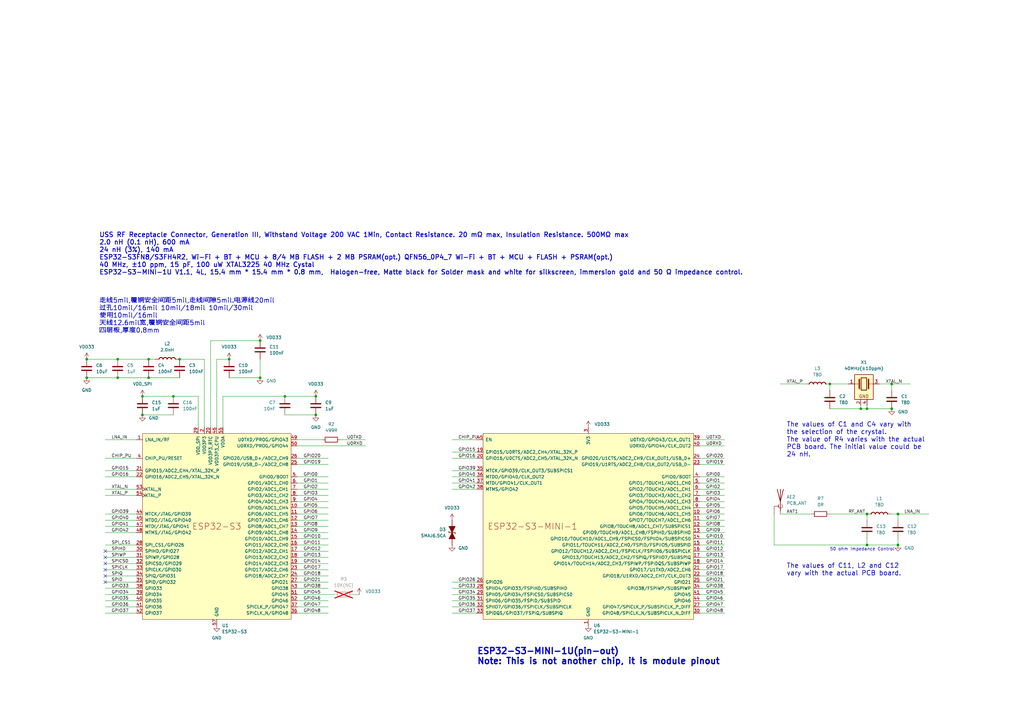
<source format=kicad_sch>
(kicad_sch (version 20250114) (generator "eeschema") (generator_version "9.0")
  (paper "A3")
  (lib_symbols
    (symbol "Device:Antenna_Shield" (pin_numbers (hide yes)) (pin_names (offset 1.016) (hide yes))
      (property "Reference" "AE" (at -1.905 4.445 0))
      (property "Value" "Antenna_Shield" (at -1.905 2.54 0))
      (symbol "Antenna_Shield_0_1"
        (arc (start 0 -2.667) (mid -0.8485 -2.1032) (end -0.508 -1.143))
        (polyline (pts (xy 0 5.08) (xy 0 -3.81)) (stroke (width 0.254)))
        (polyline (pts (xy 0 -2.54) (xy 0 0)))
        (arc (start 0.508 -1.143) (mid 0.8046 -2.0885) (end 0 -2.667))
        (polyline (pts (xy 0.762 -1.905) (xy 2.54 -1.905)))
        (circle (center 0.762 -1.905) (radius 0.1778) (fill (type outline)))
        (polyline (pts (xy 1.27 5.08) (xy 0 0) (xy -1.27 5.08)) (stroke (width 0.254)))
        (polyline (pts (xy 2.54 -2.54) (xy 2.54 -1.905)))
      )
      (symbol "Antenna_Shield_1_1"
        (pin input line (at 0 -5.08 90) (length 2.54) (name "A") (number "1"))
        (pin input line (at 2.54 -5.08 90) (length 2.54) (name "Shield") (number "2"))
      )
    )
    (symbol "PCM_Capacitor_AKL:C_1206" (pin_numbers (hide yes)) (pin_names (offset 0.254))
      (property "Reference" "C" (at 0.635 2.54 0))
      (property "Value" "C_1206" (at 0.635 -2.54 0))
      (symbol "C_1206_0_1"
        (polyline (pts (xy -2.032 0.762) (xy 2.032 0.762)) (stroke (width 0.508)))
        (polyline (pts (xy -2.032 -0.762) (xy 2.032 -0.762)) (stroke (width 0.508)))
      )
      (symbol "C_1206_0_2"
        (polyline (pts (xy -2.54 -2.54) (xy -0.381 -0.381)))
        (polyline (pts (xy -0.508 -0.508) (xy -1.651 0.635)) (stroke (width 0.508)))
        (polyline (pts (xy -0.508 -0.508) (xy 0.635 -1.651)) (stroke (width 0.508)))
        (polyline (pts (xy 0.381 0.381) (xy 2.54 2.54)))
        (polyline (pts (xy 0.508 0.508) (xy -0.635 1.651)) (stroke (width 0.508)))
        (polyline (pts (xy 0.508 0.508) (xy 1.651 -0.635)) (stroke (width 0.508)))
      )
      (symbol "C_1206_1_1"
        (pin passive line (at 0 3.81 270) (length 2.794) (name "~") (number "1"))
        (pin passive line (at 0 -3.81 90) (length 2.794) (name "~") (number "2"))
      )
      (symbol "C_1206_1_2"
        (pin passive line (at -2.54 -2.54 90) (length 0) (name "~") (number "2"))
        (pin passive line (at 2.54 2.54 270) (length 0) (name "~") (number "1"))
      )
    )
    (symbol "PCM_Crystal_AKL:SMD3225-4" (pin_names (offset 1.016) (hide yes))
      (property "Reference" "X" (at 0 8.89 0))
      (property "Value" "SMD3225-4" (at 0 6.35 0))
      (symbol "SMD3225-4_0_1"
        (rectangle (start -3.81 3.81) (end 3.81 -6.35) (stroke (width 0.254)) (fill (type background)))
        (polyline (pts (xy -3.81 0) (xy -1.905 0)))
        (polyline (pts (xy -1.905 -1.905) (xy -1.905 1.905)) (stroke (width 0.508)))
        (rectangle (start -1.143 2.54) (end 1.143 -2.54) (stroke (width 0.3048)))
        (polyline (pts (xy 1.905 -1.905) (xy 1.905 1.905)) (stroke (width 0.508)))
        (polyline (pts (xy 3.81 0) (xy 1.905 0)))
        (text "GND" (at 0 -5.08 0) (effects (font (size 1.27 1.27))))
      )
      (symbol "SMD3225-4_1_1"
        (pin passive line (at -6.35 0 0) (length 2.54) (name "1") (number "1"))
        (pin passive line (at -1.27 -8.89 90) (length 2.54) (name "2") (number "2"))
        (pin passive line (at 1.27 -8.89 90) (length 2.54) (name "4") (number "4"))
        (pin passive line (at 6.35 0 180) (length 2.54) (name "3") (number "3"))
      )
    )
    (symbol "PCM_Diode_TVS_AKL:SMAJ6.5CA" (pin_numbers (hide yes)) (pin_names (offset 1.016) (hide yes))
      (property "Reference" "D" (at 0 5.08 0))
      (property "Value" "SMAJ6.5CA" (at 0 2.54 0))
      (symbol "SMAJ6.5CA_0_1"
        (polyline (pts (xy 0 1.27) (xy 0 -1.27)) (stroke (width 0.254)))
        (polyline (pts (xy 0 1.27) (xy 0.508 1.27)) (stroke (width 0.254)))
        (polyline (pts (xy 0 0) (xy -2.54 1.27) (xy -2.54 -1.27) (xy 0 0)) (stroke (width 0.254)) (fill (type outline)))
        (polyline (pts (xy 0 -1.27) (xy -0.508 -1.27)) (stroke (width 0.254)))
        (polyline (pts (xy 1.27 0) (xy -1.27 0)))
        (polyline (pts (xy 2.54 1.27) (xy 2.54 -1.27) (xy 0 0) (xy 2.54 1.27)) (stroke (width 0.254)) (fill (type outline)))
      )
      (symbol "SMAJ6.5CA_0_2"
        (polyline (pts (xy -3.81 -3.81) (xy 3.81 3.81)))
        (polyline (pts (xy -1.778 -1.778) (xy -2.667 -0.889) (xy 0 0) (xy -0.889 -2.667) (xy -1.778 -1.778)) (stroke (width 0.254)) (fill (type outline)))
        (polyline (pts (xy -0.889 0.889) (xy -1.27 0.508)) (stroke (width 0.254)))
        (polyline (pts (xy -0.889 0.889) (xy 0.889 -0.889)) (stroke (width 0.254)))
        (polyline (pts (xy 0.889 -0.889) (xy 1.27 -0.508)) (stroke (width 0.254)))
        (polyline (pts (xy 1.778 1.778) (xy 2.667 0.889) (xy 0 0) (xy 0.889 2.667) (xy 1.778 1.778)) (stroke (width 0.254)) (fill (type outline)))
      )
      (symbol "SMAJ6.5CA_1_1"
        (pin passive line (at -5.08 0 0) (length 2.54) (name "K") (number "1"))
        (pin passive line (at 5.08 0 180) (length 2.54) (name "A") (number "2"))
      )
      (symbol "SMAJ6.5CA_1_2"
        (pin passive line (at -3.81 -3.81 0) (length 0) (name "A") (number "2"))
        (pin passive line (at 3.81 3.81 180) (length 0) (name "K") (number "1"))
      )
    )
    (symbol "PCM_Elektuur:L" (pin_numbers (hide yes)) (pin_names (offset 0) (hide yes))
      (property "Reference" "L" (at 2.54 3.175 0))
      (property "Value" "L" (at 2.54 -3.175 0))
      (symbol "L_1_0"
        (arc (start 0 3.302) (mid 0.6604 2.5146) (end 0 1.7272) (stroke (width 0.254)))
        (arc (start 0 1.6256) (mid 0.6604 0.8382) (end 0 0.0508) (stroke (width 0.254)))
        (arc (start 0 -0.0508) (mid 0.6604 -0.8382) (end 0 -1.6256) (stroke (width 0.254)))
        (arc (start 0 -1.7272) (mid 0.6604 -2.5146) (end 0 -3.302) (stroke (width 0.254)))
        (arc (start 0 3.4036) (mid 0.762 2.5146) (end 0 1.6256) (stroke (width 0.254)))
        (arc (start 0 1.7272) (mid 0.762 0.8382) (end 0 -0.0508) (stroke (width 0.254)))
        (arc (start 0 0.0508) (mid 0.762 -0.8382) (end 0 -1.7272) (stroke (width 0.254)))
        (arc (start 0 -1.6256) (mid 0.762 -2.5146) (end 0 -3.4036) (stroke (width 0.254)))
        (polyline (pts (xy 0 3.5052) (xy 0 3.302)) (stroke (width 0.254)))
        (polyline (pts (xy 0 1.7272) (xy 0 1.6256)) (stroke (width 0.254)))
        (polyline (pts (xy 0 0.0508) (xy 0 -0.0508)) (stroke (width 0.254)))
        (polyline (pts (xy 0 -1.6256) (xy 0 -1.7272)) (stroke (width 0.254)))
        (polyline (pts (xy 0 -3.302) (xy 0 -3.5052)) (stroke (width 0.254)))
        (pin passive line (at 0 5.08 270) (length 1.5748) (name "+") (number "1"))
        (pin passive line (at 0 -5.08 90) (length 1.5748) (name "-") (number "2"))
      )
      (symbol "L_1_2"
        (rectangle (start 1.524 3.3782) (end 1.9812 -3.3782) (stroke (width 0.254)) (fill (type outline)))
      )
      (symbol "L_1_3"
        (rectangle (start 1.524 3.0988) (end 1.9812 1.9304) (stroke (width 0.254)) (fill (type outline)))
        (rectangle (start 1.524 1.4224) (end 1.9812 0.254) (stroke (width 0.254)) (fill (type outline)))
        (rectangle (start 1.524 -0.254) (end 1.9812 -1.4224) (stroke (width 0.254)) (fill (type outline)))
        (rectangle (start 1.524 -1.9304) (end 1.9812 -3.0988) (stroke (width 0.254)) (fill (type outline)))
      )
    )
    (symbol "PCM_Espressif:ESP32-S3" (pin_names (offset 1.016))
      (property "Reference" "U" (at -30.48 43.18 0))
      (property "Value" "ESP32-S3" (at -30.48 40.64 0))
      (symbol "ESP32-S3_0_0"
        (text "ESP32-S3" (at 0 0 0) (effects (font (size 2.54 2.54))))
        (pin bidirectional line (at 33.02 -33.02 180) (length 2.54) (name "SPICLK_P/GPIO47") (number "37"))
        (pin bidirectional line (at 33.02 -35.56 180) (length 2.54) (name "SPICLK_N/GPIO48") (number "36"))
      )
      (symbol "ESP32-S3_0_1"
        (rectangle (start -30.48 38.1) (end 30.48 -38.1) (fill (type background)))
      )
      (symbol "ESP32-S3_1_1"
        (pin bidirectional line (at -33.02 35.56 0) (length 2.54) (name "LNA_IN/RF") (number "1"))
        (pin input line (at -33.02 27.94 0) (length 2.54) (name "CHIP_PU/RESET") (number "4"))
        (pin bidirectional line (at -33.02 22.86 0) (length 2.54) (name "GPIO15/ADC2_CH4/XTAL_32K_P") (number "21"))
        (pin bidirectional line (at -33.02 20.32 0) (length 2.54) (name "GPIO16/ADC2_CH5/XTAL_32K_N") (number "22"))
        (pin input clock (at -33.02 15.24 0) (length 2.54) (name "XTAL_N") (number "53"))
        (pin output clock (at -33.02 12.7 0) (length 2.54) (name "XTAL_P") (number "54"))
        (pin bidirectional line (at -33.02 5.08 0) (length 2.54) (name "MTCK/JTAG/GPIO39") (number "44"))
        (pin bidirectional line (at -33.02 2.54 0) (length 2.54) (name "MTDO/JTAG/GPIO40") (number "45"))
        (pin bidirectional line (at -33.02 0 0) (length 2.54) (name "MTDI/JTAG/GPIO41") (number "47"))
        (pin bidirectional line (at -33.02 -2.54 0) (length 2.54) (name "MTMS/JTAG/GPIO42") (number "48"))
        (pin bidirectional line (at -33.02 -7.62 0) (length 2.54) (name "SPI_CS1/GPIO26") (number "28"))
        (pin bidirectional line (at -33.02 -10.16 0) (length 2.54) (name "SPIHD/GPIO27") (number "30"))
        (pin bidirectional line (at -33.02 -12.7 0) (length 2.54) (name "SPIWP/GPIO28") (number "31"))
        (pin bidirectional line (at -33.02 -15.24 0) (length 2.54) (name "SPICS0/GPIO29") (number "32"))
        (pin bidirectional line (at -33.02 -17.78 0) (length 2.54) (name "SPICLK/GPIO30") (number "33"))
        (pin bidirectional line (at -33.02 -20.32 0) (length 2.54) (name "SPIQ/GPIO31") (number "34"))
        (pin bidirectional line (at -33.02 -22.86 0) (length 2.54) (name "SPID/GPIO32") (number "35"))
        (pin bidirectional line (at -33.02 -25.4 0) (length 2.54) (name "GPIO33") (number "38"))
        (pin bidirectional line (at -33.02 -27.94 0) (length 2.54) (name "GPIO34") (number "39"))
        (pin bidirectional line (at -33.02 -30.48 0) (length 2.54) (name "GPIO35") (number "40"))
        (pin bidirectional line (at -33.02 -33.02 0) (length 2.54) (name "GPIO36") (number "41"))
        (pin bidirectional line (at -33.02 -35.56 0) (length 2.54) (name "GPIO37") (number "42"))
        (pin power_out line (at -7.62 40.64 270) (length 2.54) (name "VDD_SPI") (number "29"))
        (pin power_in line (at -5.08 40.64 270) (length 2.54) (name "VDD3P3") (number "2"))
        (pin power_in line (at -5.08 40.64 270) (length 2.54) (hide yes) (name "VDD3P3") (number "3"))
        (pin power_in line (at -2.54 40.64 270) (length 2.54) (name "VDD3P3_RTC") (number "20"))
        (pin power_in line (at 0 40.64 270) (length 2.54) (name "VDD3P3_CPU") (number "46"))
        (pin power_in line (at 0 -40.64 90) (length 2.54) (name "GND") (number "57"))
        (pin power_in line (at 2.54 40.64 270) (length 2.54) (name "VDDA") (number "55"))
        (pin passive line (at 2.54 40.64 270) (length 2.54) (hide yes) (name "VDDA") (number "56"))
        (pin bidirectional line (at 33.02 35.56 180) (length 2.54) (name "U0TXD/PROG/GPIO43") (number "49"))
        (pin bidirectional line (at 33.02 33.02 180) (length 2.54) (name "U0RXD/PROG/GPIO44") (number "50"))
        (pin bidirectional line (at 33.02 27.94 180) (length 2.54) (name "GPIO20/USB_D+/ADC2_CH9") (number "26"))
        (pin bidirectional line (at 33.02 25.4 180) (length 2.54) (name "GPIO19/USB_D-/ADC2_CH8") (number "25"))
        (pin bidirectional line (at 33.02 20.32 180) (length 2.54) (name "GPIO0/BOOT") (number "5"))
        (pin bidirectional line (at 33.02 17.78 180) (length 2.54) (name "GPIO1/ADC1_CH0") (number "6"))
        (pin bidirectional line (at 33.02 15.24 180) (length 2.54) (name "GPIO2/ADC1_CH1") (number "7"))
        (pin bidirectional line (at 33.02 12.7 180) (length 2.54) (name "GPIO3/ADC1_CH2") (number "8"))
        (pin bidirectional line (at 33.02 10.16 180) (length 2.54) (name "GPIO4/ADC1_CH3") (number "9"))
        (pin bidirectional line (at 33.02 7.62 180) (length 2.54) (name "GPIO5/ADC1_CH4") (number "10"))
        (pin bidirectional line (at 33.02 5.08 180) (length 2.54) (name "GPIO6/ADC1_CH5") (number "11"))
        (pin bidirectional line (at 33.02 2.54 180) (length 2.54) (name "GPIO7/ADC1_CH6") (number "12"))
        (pin bidirectional line (at 33.02 0 180) (length 2.54) (name "GPIO8/ADC1_CH7") (number "13"))
        (pin bidirectional line (at 33.02 -2.54 180) (length 2.54) (name "GPIO9/ADC1_CH8") (number "14"))
        (pin bidirectional line (at 33.02 -5.08 180) (length 2.54) (name "GPIO10/ADC1_CH9") (number "15"))
        (pin bidirectional line (at 33.02 -7.62 180) (length 2.54) (name "GPIO11/ADC2_CH0") (number "16"))
        (pin bidirectional line (at 33.02 -10.16 180) (length 2.54) (name "GPIO12/ADC2_CH1") (number "17"))
        (pin bidirectional line (at 33.02 -12.7 180) (length 2.54) (name "GPIO13/ADC2_CH2") (number "18"))
        (pin bidirectional line (at 33.02 -15.24 180) (length 2.54) (name "GPIO14/ADC2_CH3") (number "19"))
        (pin bidirectional line (at 33.02 -17.78 180) (length 2.54) (name "GPIO17/ADC2_CH6") (number "23"))
        (pin bidirectional line (at 33.02 -20.32 180) (length 2.54) (name "GPIO18/ADC2_CH7") (number "24"))
        (pin bidirectional line (at 33.02 -22.86 180) (length 2.54) (name "GPIO21") (number "27"))
        (pin bidirectional line (at 33.02 -25.4 180) (length 2.54) (name "GPIO38") (number "43"))
        (pin bidirectional line (at 33.02 -27.94 180) (length 2.54) (name "GPIO45") (number "51"))
        (pin bidirectional line (at 33.02 -30.48 180) (length 2.54) (name "GPIO46") (number "52"))
      )
    )
    (symbol "PCM_Espressif:ESP32-S3-MINI-1" (pin_names (offset 1.016))
      (property "Reference" "U" (at -43.18 43.18 0))
      (property "Value" "ESP32-S3-MINI-1" (at -43.18 40.64 0))
      (symbol "ESP32-S3-MINI-1_0_0"
        (text "ESP32-S3-MINI-1" (at -22.86 0 0) (effects (font (size 2.54 2.54))))
        (pin input line (at -45.72 35.56 0) (length 2.54) (name "EN") (number "45"))
        (pin bidirectional line (at -45.72 30.48 0) (length 2.54) (name "GPIO15/U0RTS/ADC2_CH4/XTAL_32K_P") (number "19"))
        (pin bidirectional line (at -45.72 27.94 0) (length 2.54) (name "GPIO16/U0CTS/ADC2_CH5/XTAL_32K_N") (number "20"))
        (pin bidirectional line (at -45.72 22.86 0) (length 2.54) (name "MTCK/GPIO39/CLK_OUT3/SUBSPICS1") (number "35"))
        (pin bidirectional line (at -45.72 20.32 0) (length 2.54) (name "MTDO/GPIO40/CLK_OUT2") (number "36"))
        (pin bidirectional line (at -45.72 17.78 0) (length 2.54) (name "MTDI/GPIO41/CLK_OUT1") (number "37"))
        (pin bidirectional line (at -45.72 15.24 0) (length 2.54) (name "MTMS/GPIO42") (number "38"))
        (pin bidirectional line (at -45.72 -22.86 0) (length 2.54) (name "GPIO26") (number "26"))
        (pin bidirectional line (at -45.72 -25.4 0) (length 2.54) (name "SPIIO4/GPIO33/FSPIHD/SUBSPIHD") (number "28"))
        (pin bidirectional line (at -45.72 -27.94 0) (length 2.54) (name "SPIIO5/GPIO34/FSPICS0/SUBSPICS0") (number "29"))
        (pin bidirectional line (at -45.72 -30.48 0) (length 2.54) (name "SPIIO6/GPIO35/FSPID/SUBSPID") (number "31"))
        (pin bidirectional line (at -45.72 -33.02 0) (length 2.54) (name "SPIIO7/GPIO36/FSPICLK/SUBSPICLK") (number "32"))
        (pin bidirectional line (at -45.72 -35.56 0) (length 2.54) (name "SPIDQS/GPIO37/FSPIQ/SUBSPIQ") (number "33"))
        (pin power_in line (at 0 40.64 270) (length 2.54) (name "3V3") (number "3"))
        (pin power_in line (at 0 -40.64 90) (length 2.54) (name "GND") (number "1"))
        (pin passive line (at 0 -40.64 90) (length 2.54) (hide yes) (name "GND") (number "2"))
        (pin passive line (at 0 -40.64 90) (length 2.54) (hide yes) (name "GND") (number "42"))
        (pin passive line (at 0 -40.64 90) (length 2.54) (hide yes) (name "GND") (number "43"))
        (pin passive line (at 0 -40.64 90) (length 2.54) (hide yes) (name "GND") (number "46"))
        (pin passive line (at 0 -40.64 90) (length 2.54) (hide yes) (name "GND") (number "47"))
        (pin passive line (at 0 -40.64 90) (length 2.54) (hide yes) (name "GND") (number "48"))
        (pin passive line (at 0 -40.64 90) (length 2.54) (hide yes) (name "GND") (number "49"))
        (pin passive line (at 0 -40.64 90) (length 2.54) (hide yes) (name "GND") (number "50"))
        (pin passive line (at 0 -40.64 90) (length 2.54) (hide yes) (name "GND") (number "51"))
        (pin passive line (at 0 -40.64 90) (length 2.54) (hide yes) (name "GND") (number "52"))
        (pin passive line (at 0 -40.64 90) (length 2.54) (hide yes) (name "GND") (number "53"))
        (pin passive line (at 0 -40.64 90) (length 2.54) (hide yes) (name "GND") (number "54"))
        (pin passive line (at 0 -40.64 90) (length 2.54) (hide yes) (name "GND") (number "55"))
        (pin passive line (at 0 -40.64 90) (length 2.54) (hide yes) (name "GND") (number "56"))
        (pin passive line (at 0 -40.64 90) (length 2.54) (hide yes) (name "GND") (number "57"))
        (pin passive line (at 0 -40.64 90) (length 2.54) (hide yes) (name "GND") (number "58"))
        (pin passive line (at 0 -40.64 90) (length 2.54) (hide yes) (name "GND") (number "59"))
        (pin passive line (at 0 -40.64 90) (length 2.54) (hide yes) (name "GND") (number "60"))
        (pin passive line (at 0 -40.64 90) (length 2.54) (hide yes) (name "GND") (number "61"))
        (pin passive line (at 0 -40.64 90) (length 2.54) (hide yes) (name "GND") (number "62"))
        (pin passive line (at 0 -40.64 90) (length 2.54) (hide yes) (name "GND") (number "63"))
        (pin passive line (at 0 -40.64 90) (length 2.54) (hide yes) (name "GND") (number "64"))
        (pin passive line (at 0 -40.64 90) (length 2.54) (hide yes) (name "GND") (number "65"))
        (pin bidirectional line (at 45.72 35.56 180) (length 2.54) (name "U0TXD/GPIO43/CLK_OUT1") (number "39"))
        (pin bidirectional line (at 45.72 33.02 180) (length 2.54) (name "U0RXD/GPIO44/CLK_OUT2") (number "40"))
        (pin bidirectional line (at 45.72 27.94 180) (length 2.54) (name "GPIO20/U1CTS/ADC2_CH9/CLK_OUT1/USB_D+") (number "24"))
        (pin bidirectional line (at 45.72 25.4 180) (length 2.54) (name "GPIO19/U1RTS/ADC2_CH8/CLK_OUT2/USB_D-") (number "23"))
        (pin bidirectional line (at 45.72 20.32 180) (length 2.54) (name "GPIO0/BOOT") (number "4"))
        (pin bidirectional line (at 45.72 17.78 180) (length 2.54) (name "GPIO1/TOUCH1/ADC1_CH0") (number "5"))
        (pin bidirectional line (at 45.72 15.24 180) (length 2.54) (name "GPIO2/TOUCH2/ADC1_CH1") (number "6"))
        (pin bidirectional line (at 45.72 12.7 180) (length 2.54) (name "GPIO3/TOUCH3/ADC1_CH2") (number "7"))
        (pin bidirectional line (at 45.72 10.16 180) (length 2.54) (name "GPIO4/TOUCH4/ADC1_CH3") (number "8"))
        (pin bidirectional line (at 45.72 7.62 180) (length 2.54) (name "GPIO5/TOUCH5/ADC1_CH4") (number "9"))
        (pin bidirectional line (at 45.72 5.08 180) (length 2.54) (name "GPIO6/TOUCH6/ADC1_CH5") (number "10"))
        (pin bidirectional line (at 45.72 2.54 180) (length 2.54) (name "GPIO7/TOUCH7/ADC1_CH6") (number "11"))
        (pin bidirectional line (at 45.72 0 180) (length 2.54) (name "GPIO8/TOUCH8/ADC1_CH7/SUBSPICS1") (number "12"))
        (pin bidirectional line (at 45.72 -2.54 180) (length 2.54) (name "GPIO9/TOUCH9/ADC1_CH8/FSPIHD/SUBSPIHD") (number "13"))
        (pin bidirectional line (at 45.72 -5.08 180) (length 2.54) (name "GPIO10/TOUCH10/ADC1_CH9/FSPICS0/FSPIIO4/SUBSPICS0") (number "14"))
        (pin bidirectional line (at 45.72 -7.62 180) (length 2.54) (name "GPIO11/TOUCH11/ADC2_CH0/FSPID/FSPIIO5/SUBSPID") (number "15"))
        (pin bidirectional line (at 45.72 -10.16 180) (length 2.54) (name "GPIO12/TOUCH12/ADC2_CH1/FSPICLK/FSPIIO6/SUBSPICLK") (number "16"))
        (pin bidirectional line (at 45.72 -12.7 180) (length 2.54) (name "GPIO13/TOUCH13/ADC2_CH2/FSPIQ/FSPIIO7/SUBSPIQ") (number "17"))
        (pin bidirectional line (at 45.72 -15.24 180) (length 2.54) (name "GPIO14/TOUCH14/ADC2_CH3/FSPIWP/FSPIDQS/SUBSPIWP") (number "18"))
        (pin bidirectional line (at 45.72 -17.78 180) (length 2.54) (name "GPIO17/U1TXD/ADC2_CH6") (number "21"))
        (pin bidirectional line (at 45.72 -20.32 180) (length 2.54) (name "GPIO18/U1RXD/ADC2_CH7/CLK_OUT3") (number "22"))
        (pin bidirectional line (at 45.72 -22.86 180) (length 2.54) (name "GPIO21") (number "25"))
        (pin bidirectional line (at 45.72 -25.4 180) (length 2.54) (name "GPIO38/FSPIWP/SUBSPIWP") (number "34"))
        (pin bidirectional line (at 45.72 -27.94 180) (length 2.54) (name "GPIO45") (number "41"))
        (pin bidirectional line (at 45.72 -30.48 180) (length 2.54) (name "GPIO46") (number "44"))
        (pin bidirectional line (at 45.72 -33.02 180) (length 2.54) (name "GPIO47/SPICLK_P/SUBSPICLK_P_DIFF") (number "27"))
        (pin bidirectional line (at 45.72 -35.56 180) (length 2.54) (name "GPIO48/SPICLK_N/SUBSPICLK_N_DIFF") (number "30"))
      )
      (symbol "ESP32-S3-MINI-1_0_1"
        (rectangle (start -43.18 38.1) (end 43.18 -38.1) (fill (type background)))
      )
    )
    (symbol "PCM_Resistor_AKL:R_1206" (pin_numbers (hide yes)) (pin_names (offset 0))
      (property "Reference" "R" (at 2.54 1.27 0))
      (property "Value" "R_1206" (at 2.54 -1.27 0))
      (symbol "R_1206_0_1"
        (rectangle (start -1.016 2.54) (end 1.016 -2.54) (stroke (width 0.254)))
      )
      (symbol "R_1206_0_2"
        (polyline (pts (xy -2.54 -2.54) (xy -1.524 -1.524)))
        (polyline (pts (xy 1.524 1.524) (xy 2.54 2.54)))
        (polyline (pts (xy 1.524 1.524) (xy 0.889 2.159) (xy -2.159 -0.889) (xy -0.889 -2.159) (xy 2.159 0.889) (xy 1.524 1.524)) (stroke (width 0.254)))
      )
      (symbol "R_1206_1_1"
        (pin passive line (at 0 3.81 270) (length 1.27) (name "~") (number "1"))
        (pin passive line (at 0 -3.81 90) (length 1.27) (name "~") (number "2"))
      )
      (symbol "R_1206_1_2"
        (pin passive line (at -2.54 -2.54 0) (length 0) (name "") (number "2"))
        (pin passive line (at 2.54 2.54 180) (length 0) (name "") (number "1"))
      )
    )
    (symbol "power:+3.3V" (power) (pin_numbers (hide yes)) (pin_names (offset 0) (hide yes))
      (property "Value" "+3.3V" (at 0 3.556 0))
      (symbol "+3.3V_0_1"
        (polyline (pts (xy -0.762 1.27) (xy 0 2.54)))
        (polyline (pts (xy 0 2.54) (xy 0.762 1.27)))
        (polyline (pts (xy 0 0) (xy 0 2.54)))
      )
      (symbol "+3.3V_1_1"
        (pin power_in line (at 0 0 90) (length 0) (name "~") (number "1"))
      )
    )
    (symbol "power:GND" (power) (pin_numbers (hide yes)) (pin_names (offset 0) (hide yes))
      (property "Value" "GND" (at 0 -3.81 0))
      (symbol "GND_0_1"
        (polyline (pts (xy 0 0) (xy 0 -1.27) (xy 1.27 -1.27) (xy 0 -2.54) (xy -1.27 -1.27) (xy 0 -1.27)))
      )
      (symbol "GND_1_1"
        (pin power_in line (at 0 0 270) (length 0) (name "~") (number "1"))
      )
    )
  )
  (text "The values of C11, L2 and C12\nvary with the actual PCB board." (exclude_from_sim yes) (at 322.58 233.68 0) (effects (font (size 1.905 1.905) (thickness 0.2381)) (justify left)))
  (text "50 ohm Impedance Control" (at 340.36 226.06 0) (effects (font (size 1.27 1.27)) (justify left bottom)))
  (text "ESP32-S3-MINI-1U(pin-out)\nNote: This is not another chip, it is module pinout" (exclude_from_sim yes) (at 195.58 269.24 0) (effects (font (size 2.54 2.54) (thickness 0.508) (bold yes)) (justify left)))
  (text "USS RF Receptacle Connector, Generation III, Withstand Voltage 200 VAC 1Min, Contact Resistance. 20 mΩ max, Insulation Resistance. 500MΩ max\n2.0 nH (0.1 nH), 600 mA\n24 nH (3%), 140 mA\nESP32-S3FN8/S3FH4R2, Wi-Fi + BT + MCU + 8/4 MB FLASH + 2 MB PSRAM(opt.) QFN56_0P4_7 Wi-Fi + BT + MCU + FLASH + PSRAM(opt.)\n40 MHz, ±10 ppm, 15 pF, 100 uW XTAL3225 40 MHz Cystal\nESP32-S3-MINI-1U V1.1, 4L, 15.4 mm * 15.4 mm * 0.8 mm,  Halogen-free, Matte black for Solder mask and white for silkscreen, immersion gold and 50 Ω impedance control." (exclude_from_sim yes) (at 40.64 104.14 0) (effects (font (size 1.905 1.905) (thickness 0.3175)) (justify left)))
  (text "走线5mil,覆铜安全间距5mil,走线间隙5mil.电源线20mil\n过孔10mil/16mil 10mil/18mil 10mil/30mil\n使用10mil/16mil\n天线12.6mil宽,覆铜安全间距5mil\n四层板,厚度0.8mm" (exclude_from_sim yes) (at 40.64 129.54 0) (effects (font (size 1.905 1.905) (thickness 0.2381)) (justify left)))
  (text "The values of C1 and C4 vary with\nthe selection of the crystal.\nThe value of R4 varies with the actual\nPCB board. The initial value could be\n24 nH." (exclude_from_sim yes) (at 322.58 180.34 0) (effects (font (size 1.905 1.905) (thickness 0.2381)) (justify left)))
  (junction (at 58.42 170.18))
  (junction (at 48.26 154.94))
  (junction (at 365.76 167.64))
  (junction (at 60.96 154.94))
  (junction (at 35.56 154.94))
  (junction (at 353.06 167.64))
  (junction (at 93.98 147.32))
  (junction (at 355.6 167.64))
  (junction (at 340.36 157.48))
  (junction (at 60.96 147.32))
  (junction (at 355.6 223.52))
  (junction (at 129.54 170.18))
  (junction (at 106.68 139.7))
  (junction (at 116.84 162.56))
  (junction (at 129.54 162.56))
  (junction (at 365.76 157.48))
  (junction (at 355.6 210.82))
  (junction (at 368.3 210.82))
  (junction (at 71.12 162.56))
  (junction (at 58.42 162.56))
  (junction (at 48.26 147.32))
  (junction (at 106.68 154.94))
  (junction (at 35.56 147.32))
  (junction (at 73.66 147.32))
  (junction (at 368.3 223.52))
  (no_connect (at 43.18 236.22))
  (no_connect (at 43.18 228.6))
  (no_connect (at 43.18 238.76))
  (no_connect (at 43.18 231.14))
  (no_connect (at 43.18 233.68))
  (no_connect (at 43.18 226.06))
  (wire (pts (xy 43.18 251.46) (xy 55.88 251.46)))
  (wire (pts (xy 185.42 238.76) (xy 195.58 238.76)))
  (wire (pts (xy 121.92 218.44) (xy 134.62 218.44)))
  (wire (pts (xy 287.02 210.82) (xy 297.18 210.82)))
  (wire (pts (xy 121.92 243.84) (xy 137.16 243.84)))
  (wire (pts (xy 121.92 236.22) (xy 134.62 236.22)))
  (wire (pts (xy 121.92 233.68) (xy 134.62 233.68)))
  (wire (pts (xy 320.04 157.48) (xy 330.2 157.48)))
  (wire (pts (xy 48.26 154.94) (xy 60.96 154.94)))
  (wire (pts (xy 365.76 157.48) (xy 373.38 157.48)))
  (wire (pts (xy 287.02 213.36) (xy 297.18 213.36)))
  (wire (pts (xy 88.9 147.32) (xy 93.98 147.32)))
  (wire (pts (xy 355.6 210.82) (xy 355.6 213.36)))
  (wire (pts (xy 317.5 210.82) (xy 317.5 223.52)))
  (wire (pts (xy 353.06 167.64) (xy 355.6 167.64)))
  (wire (pts (xy 121.92 220.98) (xy 134.62 220.98)))
  (wire (pts (xy 355.6 167.64) (xy 365.76 167.64)))
  (wire (pts (xy 43.18 241.3) (xy 55.88 241.3)))
  (wire (pts (xy 287.02 228.6) (xy 297.18 228.6)))
  (wire (pts (xy 63.5 147.32) (xy 60.96 147.32)))
  (wire (pts (xy 121.92 203.2) (xy 134.62 203.2)))
  (wire (pts (xy 43.18 226.06) (xy 55.88 226.06)))
  (wire (pts (xy 121.92 205.74) (xy 134.62 205.74)))
  (wire (pts (xy 287.02 248.92) (xy 297.18 248.92)))
  (wire (pts (xy 185.42 246.38) (xy 195.58 246.38)))
  (wire (pts (xy 287.02 195.58) (xy 297.18 195.58)))
  (wire (pts (xy 71.12 162.56) (xy 81.28 162.56)))
  (wire (pts (xy 185.42 251.46) (xy 195.58 251.46)))
  (wire (pts (xy 121.92 187.96) (xy 134.62 187.96)))
  (wire (pts (xy 43.18 248.92) (xy 55.88 248.92)))
  (wire (pts (xy 287.02 187.96) (xy 297.18 187.96)))
  (wire (pts (xy 58.42 162.56) (xy 71.12 162.56)))
  (wire (pts (xy 287.02 190.5) (xy 297.18 190.5)))
  (wire (pts (xy 43.18 213.36) (xy 55.88 213.36)))
  (wire (pts (xy 121.92 182.88) (xy 149.86 182.88)))
  (wire (pts (xy 287.02 251.46) (xy 297.18 251.46)))
  (wire (pts (xy 365.76 157.48) (xy 365.76 160.02)))
  (wire (pts (xy 287.02 203.2) (xy 297.18 203.2)))
  (wire (pts (xy 185.42 248.92) (xy 195.58 248.92)))
  (wire (pts (xy 287.02 180.34) (xy 297.18 180.34)))
  (wire (pts (xy 60.96 154.94) (xy 73.66 154.94)))
  (wire (pts (xy 139.7 180.34) (xy 149.86 180.34)))
  (wire (pts (xy 185.42 180.34) (xy 195.58 180.34)))
  (wire (pts (xy 129.54 170.18) (xy 116.84 170.18)))
  (wire (pts (xy 355.6 220.98) (xy 355.6 223.52)))
  (wire (pts (xy 43.18 200.66) (xy 55.88 200.66)))
  (wire (pts (xy 287.02 208.28) (xy 297.18 208.28)))
  (wire (pts (xy 121.92 241.3) (xy 134.62 241.3)))
  (wire (pts (xy 185.42 195.58) (xy 195.58 195.58)))
  (wire (pts (xy 35.56 147.32) (xy 48.26 147.32)))
  (wire (pts (xy 121.92 213.36) (xy 134.62 213.36)))
  (wire (pts (xy 287.02 182.88) (xy 297.18 182.88)))
  (wire (pts (xy 129.54 162.56) (xy 116.84 162.56)))
  (wire (pts (xy 287.02 200.66) (xy 297.18 200.66)))
  (wire (pts (xy 287.02 226.06) (xy 297.18 226.06)))
  (wire (pts (xy 83.82 175.26) (xy 83.82 147.32)))
  (wire (pts (xy 121.92 198.12) (xy 134.62 198.12)))
  (wire (pts (xy 91.44 162.56) (xy 91.44 175.26)))
  (wire (pts (xy 368.3 213.36) (xy 368.3 210.82)))
  (wire (pts (xy 121.92 200.66) (xy 134.62 200.66)))
  (wire (pts (xy 88.9 147.32) (xy 88.9 175.26)))
  (wire (pts (xy 340.36 157.48) (xy 340.36 160.02)))
  (wire (pts (xy 317.5 223.52) (xy 355.6 223.52)))
  (wire (pts (xy 121.92 238.76) (xy 134.62 238.76)))
  (wire (pts (xy 86.36 139.7) (xy 86.36 175.26)))
  (wire (pts (xy 81.28 162.56) (xy 81.28 175.26)))
  (wire (pts (xy 368.3 210.82) (xy 381 210.82)))
  (wire (pts (xy 106.68 147.32) (xy 106.68 154.94)))
  (wire (pts (xy 287.02 241.3) (xy 297.18 241.3)))
  (wire (pts (xy 121.92 226.06) (xy 134.62 226.06)))
  (wire (pts (xy 287.02 238.76) (xy 297.18 238.76)))
  (wire (pts (xy 185.42 241.3) (xy 195.58 241.3)))
  (wire (pts (xy 287.02 205.74) (xy 297.18 205.74)))
  (wire (pts (xy 43.18 231.14) (xy 55.88 231.14)))
  (wire (pts (xy 43.18 193.04) (xy 55.88 193.04)))
  (wire (pts (xy 60.96 147.32) (xy 48.26 147.32)))
  (wire (pts (xy 340.36 210.82) (xy 355.6 210.82)))
  (wire (pts (xy 287.02 215.9) (xy 297.18 215.9)))
  (wire (pts (xy 106.68 139.7) (xy 86.36 139.7)))
  (wire (pts (xy 368.3 223.52) (xy 368.3 220.98)))
  (wire (pts (xy 185.42 187.96) (xy 195.58 187.96)))
  (wire (pts (xy 121.92 246.38) (xy 134.62 246.38)))
  (wire (pts (xy 287.02 231.14) (xy 297.18 231.14)))
  (wire (pts (xy 35.56 154.94) (xy 48.26 154.94)))
  (wire (pts (xy 43.18 215.9) (xy 55.88 215.9)))
  (wire (pts (xy 121.92 195.58) (xy 134.62 195.58)))
  (wire (pts (xy 58.42 170.18) (xy 71.12 170.18)))
  (wire (pts (xy 287.02 236.22) (xy 297.18 236.22)))
  (wire (pts (xy 185.42 185.42) (xy 195.58 185.42)))
  (wire (pts (xy 43.18 243.84) (xy 55.88 243.84)))
  (wire (pts (xy 287.02 198.12) (xy 297.18 198.12)))
  (wire (pts (xy 144.78 243.84) (xy 147.32 243.84)))
  (wire (pts (xy 43.18 218.44) (xy 55.88 218.44)))
  (wire (pts (xy 121.92 251.46) (xy 134.62 251.46)))
  (wire (pts (xy 287.02 246.38) (xy 297.18 246.38)))
  (wire (pts (xy 287.02 223.52) (xy 297.18 223.52)))
  (wire (pts (xy 43.18 246.38) (xy 55.88 246.38)))
  (wire (pts (xy 340.36 157.48) (xy 347.98 157.48)))
  (wire (pts (xy 355.6 166.37) (xy 355.6 167.64)))
  (wire (pts (xy 43.18 223.52) (xy 55.88 223.52)))
  (wire (pts (xy 121.92 231.14) (xy 134.62 231.14)))
  (wire (pts (xy 121.92 228.6) (xy 134.62 228.6)))
  (wire (pts (xy 43.18 203.2) (xy 55.88 203.2)))
  (wire (pts (xy 340.36 167.64) (xy 353.06 167.64)))
  (wire (pts (xy 121.92 208.28) (xy 134.62 208.28)))
  (wire (pts (xy 185.42 193.04) (xy 195.58 193.04)))
  (wire (pts (xy 185.42 198.12) (xy 195.58 198.12)))
  (wire (pts (xy 43.18 187.96) (xy 55.88 187.96)))
  (wire (pts (xy 185.42 243.84) (xy 195.58 243.84)))
  (wire (pts (xy 43.18 228.6) (xy 55.88 228.6)))
  (wire (pts (xy 320.04 210.82) (xy 332.74 210.82)))
  (wire (pts (xy 287.02 233.68) (xy 297.18 233.68)))
  (wire (pts (xy 43.18 233.68) (xy 55.88 233.68)))
  (wire (pts (xy 353.06 166.37) (xy 353.06 167.64)))
  (wire (pts (xy 287.02 220.98) (xy 297.18 220.98)))
  (wire (pts (xy 43.18 180.34) (xy 55.88 180.34)))
  (wire (pts (xy 91.44 162.56) (xy 116.84 162.56)))
  (wire (pts (xy 185.42 200.66) (xy 195.58 200.66)))
  (wire (pts (xy 121.92 190.5) (xy 134.62 190.5)))
  (wire (pts (xy 43.18 236.22) (xy 55.88 236.22)))
  (wire (pts (xy 360.68 157.48) (xy 365.76 157.48)))
  (wire (pts (xy 121.92 223.52) (xy 134.62 223.52)))
  (wire (pts (xy 121.92 248.92) (xy 134.62 248.92)))
  (wire (pts (xy 43.18 238.76) (xy 55.88 238.76)))
  (wire (pts (xy 355.6 223.52) (xy 368.3 223.52)))
  (wire (pts (xy 121.92 180.34) (xy 132.08 180.34)))
  (wire (pts (xy 121.92 215.9) (xy 134.62 215.9)))
  (wire (pts (xy 73.66 147.32) (xy 83.82 147.32)))
  (wire (pts (xy 121.92 210.82) (xy 134.62 210.82)))
  (wire (pts (xy 287.02 218.44) (xy 297.18 218.44)))
  (wire (pts (xy 43.18 195.58) (xy 55.88 195.58)))
  (wire (pts (xy 93.98 154.94) (xy 106.68 154.94)))
  (wire (pts (xy 43.18 210.82) (xy 55.88 210.82)))
  (wire (pts (xy 368.3 210.82) (xy 365.76 210.82)))
  (wire (pts (xy 287.02 243.84) (xy 297.18 243.84)))
  (label "GPIO39" (at 45.72 210.82 0))
  (label "LNA_IN" (at 45.72 180.34 0))
  (label "GPIO41" (at 45.72 215.9 0))
  (label "GPIO36" (at 187.96 248.92 0))
  (label "GPIO19" (at 124.46 190.5 0))
  (label "GPIO20" (at 289.56 187.96 0))
  (label "GPIO7" (at 289.56 213.36 0))
  (label "GPIO40" (at 45.72 213.36 0))
  (label "GPIO18" (at 289.56 236.22 0))
  (label "GPIO48" (at 289.56 251.46 0))
  (label "SPICLK" (at 45.72 233.68 0))
  (label "GPIO14" (at 289.56 231.14 0))
  (label "XTAL_N" (at 45.72 200.66 0))
  (label "GPIO13" (at 124.46 228.6 0))
  (label "GPIO33" (at 187.96 241.3 0))
  (label "GPIO3" (at 124.46 203.2 0))
  (label "GPIO6" (at 289.56 210.82 0))
  (label "GPIO10" (at 124.46 220.98 0))
  (label "GPIO46" (at 124.46 246.38 0))
  (label "GPIO5" (at 289.56 208.28 0))
  (label "GPIO39" (at 187.96 193.04 0))
  (label "GPIO5" (at 124.46 208.28 0))
  (label "GPIO18" (at 124.46 236.22 0))
  (label "GPIO46" (at 289.56 246.38 0))
  (label "GPIO42" (at 45.72 218.44 0))
  (label "GPIO20" (at 124.46 187.96 0))
  (label "GPIO26" (at 187.96 238.76 0))
  (label "CHIP_PU" (at 187.96 180.34 0))
  (label "GPIO42" (at 187.96 200.66 0))
  (label "GPIO11" (at 289.56 223.52 0))
  (label "SPIHD" (at 45.72 226.06 0))
  (label "GPIO9" (at 124.46 218.44 0))
  (label "GPIO34" (at 45.72 243.84 0))
  (label "GPIO35" (at 187.96 246.38 0))
  (label "GPIO1" (at 124.46 198.12 0))
  (label "GPIO48" (at 124.46 251.46 0))
  (label "GPIO34" (at 187.96 243.84 0))
  (label "GPIO8" (at 289.56 215.9 0))
  (label "U0RXD" (at 289.56 182.88 0))
  (label "GPIO19" (at 289.56 190.5 0))
  (label "ANT1" (at 322.58 210.82 0))
  (label "GPIO17" (at 124.46 233.68 0))
  (label "GPIO14" (at 124.46 231.14 0))
  (label "GPIO36" (at 45.72 248.92 0))
  (label "GPIO11" (at 124.46 223.52 0))
  (label "GPIO12" (at 124.46 226.06 0))
  (label "SPIWP" (at 45.72 228.6 0))
  (label "GPIO0" (at 289.56 195.58 0))
  (label "GPIO33" (at 45.72 241.3 0))
  (label "U0TXD" (at 289.56 180.34 0))
  (label "GPIO16" (at 187.96 187.96 0))
  (label "GPIO13" (at 289.56 228.6 0))
  (label "GPIO37" (at 187.96 251.46 0))
  (label "GPIO2" (at 124.46 200.66 0))
  (label "SPIQ" (at 45.72 236.22 0))
  (label "GPIO7" (at 124.46 213.36 0))
  (label "GPIO4" (at 124.46 205.74 0))
  (label "GPIO2" (at 289.56 200.66 0))
  (label "RF_ANT" (at 347.98 210.82 0))
  (label "GPIO41" (at 187.96 198.12 0))
  (label "XTAL_P" (at 45.72 203.2 0))
  (label "GPIO21" (at 124.46 238.76 0))
  (label "GPIO47" (at 124.46 248.92 0))
  (label "GPIO15" (at 45.72 193.04 0))
  (label "GPIO12" (at 289.56 226.06 0))
  (label "GPIO9" (at 289.56 218.44 0))
  (label "GPIO38" (at 289.56 241.3 0))
  (label "GPIO10" (at 289.56 220.98 0))
  (label "SPICS0" (at 45.72 231.14 0))
  (label "GPIO40" (at 187.96 195.58 0))
  (label "GPIO15" (at 187.96 185.42 0))
  (label "SPI_CS1" (at 45.72 223.52 0))
  (label "GPIO16" (at 45.72 195.58 0))
  (label "GPIO8" (at 124.46 215.9 0))
  (label "U0RXD" (at 142.24 182.88 0))
  (label "GPIO1" (at 289.56 198.12 0))
  (label "GPIO3" (at 289.56 203.2 0))
  (label "GPIO45" (at 289.56 243.84 0))
  (label "XTAL_N" (at 363.22 157.48 0))
  (label "GPIO38" (at 124.46 241.3 0))
  (label "GPIO0" (at 124.46 195.58 0))
  (label "CHIP_PU" (at 45.72 187.96 0))
  (label "GPIO45" (at 124.46 243.84 0))
  (label "XTAL_P" (at 322.58 157.48 0))
  (label "GPIO37" (at 45.72 251.46 0))
  (label "GPIO35" (at 45.72 246.38 0))
  (label "GPIO6" (at 124.46 210.82 0))
  (label "GPIO17" (at 289.56 233.68 0))
  (label "LNA_IN" (at 370.84 210.82 0))
  (label "GPIO4" (at 289.56 205.74 0))
  (label "SPID" (at 45.72 238.76 0))
  (label "GPIO21" (at 289.56 238.76 0))
  (label "GPIO47" (at 289.56 248.92 0))
  (label "U0TXD" (at 142.24 180.34 0))
  (symbol (lib_id "PCM_Capacitor_AKL:C_1206") (at 365.76 163.83 0) (mirror y) (unit 1)
    (property "Reference" "C1" (at 369.57 162.5599 0) (effects (justify right)))
    (property "Value" "TBD" (at 369.57 165.0999 0) (effects (justify right)))
    (property "Footprint" "PCM_Capacitor_SMD_AKL:C_1206_3216Metric" (effects (hide yes)))
    (property "Description" "SMD 1206 MLCC capacitor, Alternate KiCad Library" (effects (hide yes)))
  )
  (symbol (lib_id "power:GND") (at 365.76 167.64 0) (unit 1)
    (property "Reference" "#PWR04" (effects (hide yes)))
    (property "Value" "GND" (at 368.3 168.9099 0) (effects (justify left)))
    (property "Description" "Power symbol creates a global label with name \"GND\" , ground" (effects (hide yes)))
  )
  (symbol (lib_id "power:GND") (at 106.68 154.94 0) (unit 1)
    (property "Reference" "#PWR016" (effects (hide yes)))
    (property "Value" "GND" (at 109.22 156.2099 0) (effects (justify left)))
    (property "Description" "Power symbol creates a global label with name \"GND\" , ground" (effects (hide yes)))
  )
  (symbol (lib_id "PCM_Capacitor_AKL:C_1206") (at 48.26 151.13 0) (unit 1)
    (property "Reference" "C5" (at 52.07 149.8599 0) (effects (justify left)))
    (property "Value" "1uF" (at 52.07 152.3999 0) (effects (justify left)))
    (property "Footprint" "PCM_Capacitor_SMD_AKL:C_1206_3216Metric" (effects (hide yes)))
    (property "Description" "SMD 1206 MLCC capacitor, Alternate KiCad Library" (effects (hide yes)))
  )
  (symbol (lib_id "PCM_Diode_TVS_AKL:SMAJ6.5CA") (at 185.42 218.44 90) (unit 1)
    (property "Reference" "D3" (at 182.88 217.1699 90) (effects (justify left)))
    (property "Value" "SMAJ6.5CA" (at 182.88 219.7099 90) (effects (justify left)))
    (property "Footprint" "PCM_Diode_SMD_AKL:D_SMA_TVS" (effects (hide yes)))
    (property "Datasheet" "https://www.tme.eu/Document/dbc72d81c249fe51b6ab42300e8e06d0/SMAJ_ser.pdf" (effects (hide yes)))
    (property "Description" "SMA Bidirectional TVS Diode, 6.5V, 400W, Alternate KiCAD Library" (effects (hide yes)))
  )
  (symbol (lib_id "power:+3.3V") (at 241.3 175.26 0) (unit 1)
    (property "Reference" "#PWR028" (effects (hide yes)))
    (property "Value" "VDD33" (at 243.84 173.9899 0) (effects (justify left)))
    (property "Description" "Power symbol creates a global label with name \"+3.3V\"" (effects (hide yes)))
  )
  (symbol (lib_id "PCM_Elektuur:L") (at 360.68 210.82 90) (unit 1)
    (property "Reference" "L1" (at 360.68 204.47 90))
    (property "Value" "TBD" (at 360.68 207.01 90))
    (property "Description" "coil/winding/inductor/choke/reactor" (effects (hide yes)))
    (property "Indicator" "●" (effects (hide yes)))
    (property "Rating" "A" (effects (hide yes)))
  )
  (symbol (lib_id "PCM_Capacitor_AKL:C_1206") (at 106.68 143.51 0) (unit 1)
    (property "Reference" "C11" (at 110.49 142.2399 0) (effects (justify left)))
    (property "Value" "100nF" (at 110.49 144.7799 0) (effects (justify left)))
    (property "Footprint" "PCM_Capacitor_SMD_AKL:C_1206_3216Metric" (effects (hide yes)))
    (property "Description" "SMD 1206 MLCC capacitor, Alternate KiCad Library" (effects (hide yes)))
  )
  (symbol (lib_id "PCM_Espressif:ESP32-S3") (at 88.9 215.9 0) (unit 1)
    (property "Reference" "U1" (at 91.0433 256.54 0) (effects (justify left)))
    (property "Value" "ESP32-S3" (at 91.0433 259.08 0) (effects (justify left)))
    (property "Footprint" "Package_DFN_QFN:QFN-56-1EP_7x7mm_P0.4mm_EP5.6x5.6mm" (effects (hide yes)))
    (property "Datasheet" "https://www.espressif.com/sites/default/files/documentation/esp32-s3_datasheet_en.pdf" (effects (hide yes)))
    (property "Description" "ESP32-S3 is a low-power MCU-based system-on-chip (SoC) that supports 2.4 GHz Wi-Fi and Bluetooth® Low Energy (Bluetooth LE). It consists of high-performance dual-core microprocessor (Xtensa® 32-bit LX7), a low power coprocessor, a Wi-Fi baseband, a Bluetooth LE baseband, RF module, and peripherals." (effects (hide yes)))
  )
  (symbol (lib_id "Device:Antenna_Shield") (at 320.04 205.74 0) (mirror y) (unit 1)
    (property "Reference" "AE2" (at 322.58 203.8349 0) (effects (justify right)))
    (property "Value" "PCB_ANT" (at 322.58 206.3749 0) (effects (justify right)))
    (property "Description" "Antenna with extra pin for shielding" (effects (hide yes)))
  )
  (symbol (lib_id "PCM_Capacitor_AKL:C_1206") (at 340.36 163.83 0) (unit 1)
    (property "Reference" "C2" (at 344.17 162.5599 0) (effects (justify left)))
    (property "Value" "TBD" (at 344.17 165.0999 0) (effects (justify left)))
    (property "Footprint" "PCM_Capacitor_SMD_AKL:C_1206_3216Metric" (effects (hide yes)))
    (property "Description" "SMD 1206 MLCC capacitor, Alternate KiCad Library" (effects (hide yes)))
  )
  (symbol (lib_id "PCM_Resistor_AKL:R_1206") (at 140.97 243.84 90) (unit 1) (dnp yes)
    (property "Reference" "R3" (at 140.97 237.49 90))
    (property "Value" "10K(NC)" (at 140.97 240.03 90))
    (property "Footprint" "PCM_Resistor_SMD_AKL:R_1206_3216Metric" (effects (hide yes)))
    (property "Description" "SMD 1206 Chip Resistor, European Symbol, Alternate KiCad Library" (effects (hide yes)))
  )
  (symbol (lib_id "power:+3.3V") (at 185.42 213.36 0) (unit 1)
    (property "Reference" "#PWR024" (effects (hide yes)))
    (property "Value" "VDD33" (at 185.42 208.28 0))
    (property "Description" "Power symbol creates a global label with name \"+3.3V\"" (effects (hide yes)))
  )
  (symbol (lib_id "PCM_Capacitor_AKL:C_1206") (at 60.96 151.13 0) (unit 1)
    (property "Reference" "C4" (at 64.77 149.8599 0) (effects (justify left)))
    (property "Value" "100nF" (at 64.77 152.3999 0) (effects (justify left)))
    (property "Footprint" "PCM_Capacitor_SMD_AKL:C_1206_3216Metric" (effects (hide yes)))
    (property "Description" "SMD 1206 MLCC capacitor, Alternate KiCad Library" (effects (hide yes)))
  )
  (symbol (lib_id "PCM_Crystal_AKL:SMD3225-4") (at 354.33 157.48 0) (unit 1)
    (property "Reference" "X1" (at 354.33 148.59 0))
    (property "Value" "40MHz(±10ppm)" (at 354.33 151.13 0))
    (property "Footprint" "PCM_Crystal_AKL:Crystal_SMD_3225-4Pin_3.2x2.5mm" (effects (hide yes)))
    (property "Description" "SMD Quartz crystal, 4 terminals, 3.2mm x 2.5mm, Alternate KiCad Library" (effects (hide yes)))
  )
  (symbol (lib_id "power:+3.3V") (at 147.32 243.84 0) (unit 1)
    (property "Reference" "#PWR029" (effects (hide yes)))
    (property "Value" "VDD33" (at 149.86 242.5699 0) (effects (justify left)))
    (property "Description" "Power symbol creates a global label with name \"+3.3V\"" (effects (hide yes)))
  )
  (symbol (lib_id "PCM_Capacitor_AKL:C_1206") (at 58.42 166.37 0) (unit 1)
    (property "Reference" "C15" (at 62.23 165.0999 0) (effects (justify left)))
    (property "Value" "1uF" (at 62.23 167.6399 0) (effects (justify left)))
    (property "Footprint" "PCM_Capacitor_SMD_AKL:C_1206_3216Metric" (effects (hide yes)))
    (property "Description" "SMD 1206 MLCC capacitor, Alternate KiCad Library" (effects (hide yes)))
  )
  (symbol (lib_id "PCM_Capacitor_AKL:C_1206") (at 93.98 151.13 0) (unit 1)
    (property "Reference" "C10" (at 97.79 149.8599 0) (effects (justify left)))
    (property "Value" "100nF" (at 97.79 152.3999 0) (effects (justify left)))
    (property "Footprint" "PCM_Capacitor_SMD_AKL:C_1206_3216Metric" (effects (hide yes)))
    (property "Description" "SMD 1206 MLCC capacitor, Alternate KiCad Library" (effects (hide yes)))
  )
  (symbol (lib_id "PCM_Resistor_AKL:R_1206") (at 135.89 180.34 90) (unit 1)
    (property "Reference" "R2" (at 135.89 173.99 90))
    (property "Value" "499R" (at 135.89 176.53 90))
    (property "Footprint" "PCM_Resistor_SMD_AKL:R_1206_3216Metric" (effects (hide yes)))
    (property "Description" "SMD 1206 Chip Resistor, European Symbol, Alternate KiCad Library" (effects (hide yes)))
  )
  (symbol (lib_id "power:GND") (at 58.42 170.18 0) (unit 1)
    (property "Reference" "#PWR012" (effects (hide yes)))
    (property "Value" "GND" (at 60.96 171.4499 0) (effects (justify left)))
    (property "Description" "Power symbol creates a global label with name \"GND\" , ground" (effects (hide yes)))
  )
  (symbol (lib_id "power:GND") (at 35.56 154.94 0) (unit 1)
    (property "Reference" "#PWR08" (effects (hide yes)))
    (property "Value" "GND" (at 35.56 160.02 0))
    (property "Description" "Power symbol creates a global label with name \"GND\" , ground" (effects (hide yes)))
  )
  (symbol (lib_id "power:+3.3V") (at 58.42 162.56 0) (unit 1)
    (property "Reference" "#PWR014" (effects (hide yes)))
    (property "Value" "VDD_SPI" (at 58.42 157.48 0))
    (property "Description" "Power symbol creates a global label with name \"+3.3V\"" (effects (hide yes)))
  )
  (symbol (lib_id "PCM_Elektuur:L") (at 335.28 157.48 90) (unit 1)
    (property "Reference" "L3" (at 335.28 151.13 90))
    (property "Value" "TBD" (at 335.28 153.67 90))
    (property "Description" "coil/winding/inductor/choke/reactor" (effects (hide yes)))
    (property "Indicator" "●" (effects (hide yes)))
    (property "Rating" "A" (effects (hide yes)))
  )
  (symbol (lib_id "power:+3.3V") (at 129.54 162.56 0) (mirror y) (unit 1)
    (property "Reference" "#PWR09" (effects (hide yes)))
    (property "Value" "VDD33" (at 129.54 157.48 0))
    (property "Description" "Power symbol creates a global label with name \"+3.3V\"" (effects (hide yes)))
  )
  (symbol (lib_id "PCM_Resistor_AKL:R_1206") (at 336.55 210.82 90) (unit 1)
    (property "Reference" "R7" (at 336.55 204.47 90))
    (property "Value" "0R" (at 336.55 207.01 90))
    (property "Footprint" "PCM_Resistor_SMD_AKL:R_1206_3216Metric" (effects (hide yes)))
    (property "Description" "SMD 1206 Chip Resistor, European Symbol, Alternate KiCad Library" (effects (hide yes)))
  )
  (symbol (lib_id "PCM_Capacitor_AKL:C_1206") (at 368.3 217.17 0) (unit 1)
    (property "Reference" "C12" (at 372.11 215.8999 0) (effects (justify left)))
    (property "Value" "TBD" (at 372.11 218.4399 0) (effects (justify left)))
    (property "Footprint" "PCM_Capacitor_SMD_AKL:C_1206_3216Metric" (effects (hide yes)))
    (property "Description" "SMD 1206 MLCC capacitor, Alternate KiCad Library" (effects (hide yes)))
  )
  (symbol (lib_id "PCM_Capacitor_AKL:C_1206") (at 73.66 151.13 0) (unit 1)
    (property "Reference" "C3" (at 77.47 149.8599 0) (effects (justify left)))
    (property "Value" "100nF" (at 77.47 152.3999 0) (effects (justify left)))
    (property "Footprint" "PCM_Capacitor_SMD_AKL:C_1206_3216Metric" (effects (hide yes)))
    (property "Description" "SMD 1206 MLCC capacitor, Alternate KiCad Library" (effects (hide yes)))
  )
  (symbol (lib_id "power:GND") (at 88.9 256.54 0) (unit 1)
    (property "Reference" "#PWR05" (effects (hide yes)))
    (property "Value" "GND" (at 88.9 261.62 0))
    (property "Description" "Power symbol creates a global label with name \"GND\" , ground" (effects (hide yes)))
  )
  (symbol (lib_id "power:+3.3V") (at 35.56 147.32 0) (unit 1)
    (property "Reference" "#PWR07" (effects (hide yes)))
    (property "Value" "VDD33" (at 35.56 142.24 0))
    (property "Description" "Power symbol creates a global label with name \"+3.3V\"" (effects (hide yes)))
  )
  (symbol (lib_id "power:+3.3V") (at 106.68 139.7 0) (unit 1)
    (property "Reference" "#PWR013" (effects (hide yes)))
    (property "Value" "VDD33" (at 109.22 138.4299 0) (effects (justify left)))
    (property "Description" "Power symbol creates a global label with name \"+3.3V\"" (effects (hide yes)))
  )
  (symbol (lib_id "PCM_Capacitor_AKL:C_1206") (at 35.56 151.13 0) (unit 1)
    (property "Reference" "C6" (at 39.37 149.8599 0) (effects (justify left)))
    (property "Value" "10uF" (at 39.37 152.3999 0) (effects (justify left)))
    (property "Footprint" "PCM_Capacitor_SMD_AKL:C_1206_3216Metric" (effects (hide yes)))
    (property "Description" "SMD 1206 MLCC capacitor, Alternate KiCad Library" (effects (hide yes)))
  )
  (symbol (lib_id "PCM_Capacitor_AKL:C_1206") (at 355.6 217.17 0) (unit 1)
    (property "Reference" "C13" (at 359.41 215.8999 0) (effects (justify left)))
    (property "Value" "TBD" (at 359.41 218.4399 0) (effects (justify left)))
    (property "Footprint" "PCM_Capacitor_SMD_AKL:C_1206_3216Metric" (effects (hide yes)))
    (property "Description" "SMD 1206 MLCC capacitor, Alternate KiCad Library" (effects (hide yes)))
  )
  (symbol (lib_id "power:GND") (at 368.3 223.52 0) (unit 1)
    (property "Reference" "#PWR06" (effects (hide yes)))
    (property "Value" "GND" (at 370.84 224.7899 0) (effects (justify left)))
    (property "Description" "Power symbol creates a global label with name \"GND\" , ground" (effects (hide yes)))
  )
  (symbol (lib_id "power:GND") (at 129.54 170.18 0) (mirror y) (unit 1)
    (property "Reference" "#PWR010" (effects (hide yes)))
    (property "Value" "GND" (at 129.54 175.26 0))
    (property "Description" "Power symbol creates a global label with name \"GND\" , ground" (effects (hide yes)))
  )
  (symbol (lib_id "PCM_Elektuur:L") (at 68.58 147.32 90) (unit 1)
    (property "Reference" "L2" (at 68.58 140.97 90))
    (property "Value" "2.0nH" (at 68.58 143.51 90))
    (property "Description" "coil/winding/inductor/choke/reactor" (effects (hide yes)))
    (property "Indicator" "●" (effects (hide yes)))
    (property "Rating" "A" (effects (hide yes)))
  )
  (symbol (lib_id "PCM_Capacitor_AKL:C_1206") (at 71.12 166.37 0) (unit 1)
    (property "Reference" "C16" (at 74.93 165.0999 0) (effects (justify left)))
    (property "Value" "100nF" (at 74.93 167.6399 0) (effects (justify left)))
    (property "Footprint" "PCM_Capacitor_SMD_AKL:C_1206_3216Metric" (effects (hide yes)))
    (property "Description" "SMD 1206 MLCC capacitor, Alternate KiCad Library" (effects (hide yes)))
  )
  (symbol (lib_id "power:GND") (at 185.42 223.52 0) (unit 1)
    (property "Reference" "#PWR020" (effects (hide yes)))
    (property "Value" "GND" (at 187.96 224.7899 0) (effects (justify left)))
    (property "Description" "Power symbol creates a global label with name \"GND\" , ground" (effects (hide yes)))
  )
  (symbol (lib_id "PCM_Capacitor_AKL:C_1206") (at 116.84 166.37 0) (mirror y) (unit 1)
    (property "Reference" "C7" (at 113.03 165.0999 0) (effects (justify left)))
    (property "Value" "10nF" (at 113.03 167.6399 0) (effects (justify left)))
    (property "Footprint" "PCM_Capacitor_SMD_AKL:C_1206_3216Metric" (effects (hide yes)))
    (property "Description" "SMD 1206 MLCC capacitor, Alternate KiCad Library" (effects (hide yes)))
  )
  (symbol (lib_id "PCM_Espressif:ESP32-S3-MINI-1") (at 241.3 215.9 0) (unit 1)
    (property "Reference" "U6" (at 243.4433 256.54 0) (effects (justify left)))
    (property "Value" "ESP32-S3-MINI-1" (at 243.4433 259.08 0) (effects (justify left)))
    (property "Footprint" "PCM_Espressif:ESP32-S3-MINI-1" (effects (hide yes)))
    (property "Datasheet" "https://www.espressif.com/sites/default/files/documentation/esp32-s3-mini-1_mini-1u_datasheet_en.pdf" (effects (hide yes)))
    (property "Description" "Smallsized module supporting 2.4 GHz WiFi (802.11 b/g/n) and Bluetooth ® 5 (LE) Built around ESP32S3 series of SoCs, Xtensa ® dualcore 32bit LX7 microprocessor Flash up to 8 MB, optional 2 MB PSRAM in chip package 39 GPIOs, rich set of peripherals Onboard PCB antenna or external antenna connector" (effects (hide yes)))
  )
  (symbol (lib_id "PCM_Capacitor_AKL:C_1206") (at 129.54 166.37 0) (mirror y) (unit 1)
    (property "Reference" "C9" (at 133.35 165.0999 0) (effects (justify right)))
    (property "Value" "1uF" (at 133.35 167.6399 0) (effects (justify right)))
    (property "Footprint" "PCM_Capacitor_SMD_AKL:C_1206_3216Metric" (effects (hide yes)))
    (property "Description" "SMD 1206 MLCC capacitor, Alternate KiCad Library" (effects (hide yes)))
  )
  (symbol (lib_id "power:+3.3V") (at 93.98 147.32 0) (unit 1)
    (property "Reference" "#PWR011" (effects (hide yes)))
    (property "Value" "VDD33" (at 93.98 142.24 0))
    (property "Description" "Power symbol creates a global label with name \"+3.3V\"" (effects (hide yes)))
  )
  (symbol (lib_id "power:GND") (at 241.3 256.54 0) (unit 1)
    (property "Reference" "#PWR027" (effects (hide yes)))
    (property "Value" "GND" (at 241.3 261.62 0))
    (property "Description" "Power symbol creates a global label with name \"GND\" , ground" (effects (hide yes)))
  )
)
</source>
